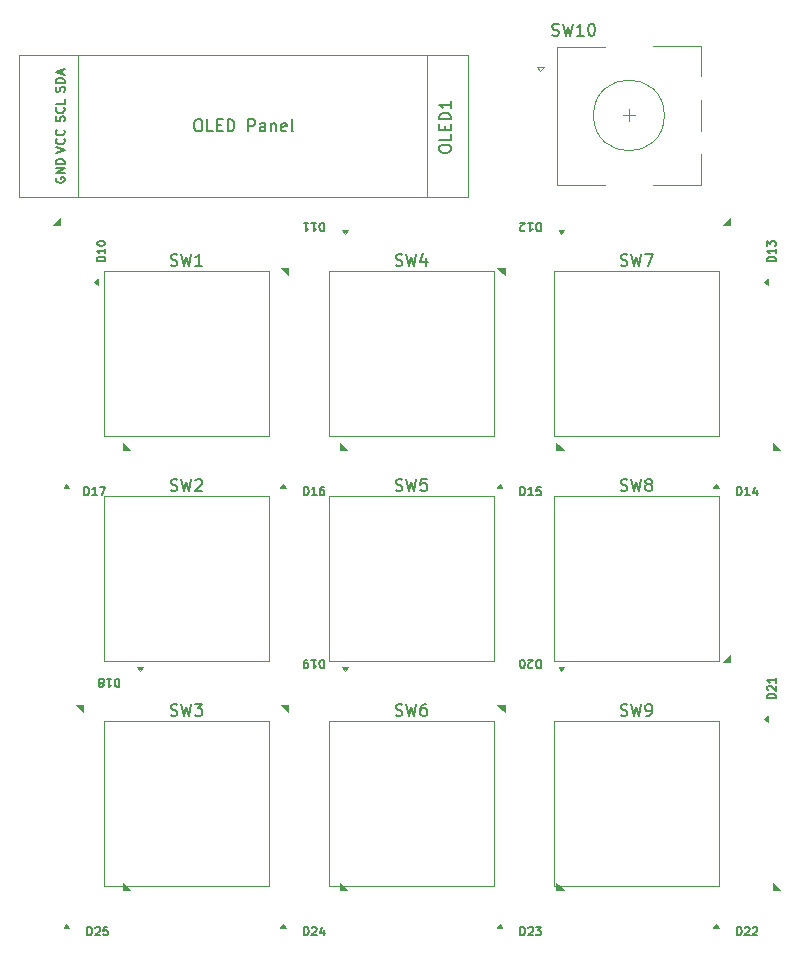
<source format=gbr>
%TF.GenerationSoftware,KiCad,Pcbnew,9.0.2*%
%TF.CreationDate,2025-06-22T22:22:16+03:00*%
%TF.ProjectId,macropad,6d616372-6f70-4616-942e-6b696361645f,rev?*%
%TF.SameCoordinates,Original*%
%TF.FileFunction,Legend,Top*%
%TF.FilePolarity,Positive*%
%FSLAX46Y46*%
G04 Gerber Fmt 4.6, Leading zero omitted, Abs format (unit mm)*
G04 Created by KiCad (PCBNEW 9.0.2) date 2025-06-22 22:22:16*
%MOMM*%
%LPD*%
G01*
G04 APERTURE LIST*
%ADD10C,0.150000*%
%ADD11C,0.100000*%
%ADD12C,0.120000*%
%ADD13C,0.040000*%
G04 APERTURE END LIST*
D10*
X160483332Y-141666033D02*
X160483332Y-140966033D01*
X160483332Y-140966033D02*
X160649999Y-140966033D01*
X160649999Y-140966033D02*
X160749999Y-140999366D01*
X160749999Y-140999366D02*
X160816666Y-141066033D01*
X160816666Y-141066033D02*
X160849999Y-141132700D01*
X160849999Y-141132700D02*
X160883332Y-141266033D01*
X160883332Y-141266033D02*
X160883332Y-141366033D01*
X160883332Y-141366033D02*
X160849999Y-141499366D01*
X160849999Y-141499366D02*
X160816666Y-141566033D01*
X160816666Y-141566033D02*
X160749999Y-141632700D01*
X160749999Y-141632700D02*
X160649999Y-141666033D01*
X160649999Y-141666033D02*
X160483332Y-141666033D01*
X161149999Y-141032700D02*
X161183332Y-140999366D01*
X161183332Y-140999366D02*
X161249999Y-140966033D01*
X161249999Y-140966033D02*
X161416666Y-140966033D01*
X161416666Y-140966033D02*
X161483332Y-140999366D01*
X161483332Y-140999366D02*
X161516666Y-141032700D01*
X161516666Y-141032700D02*
X161549999Y-141099366D01*
X161549999Y-141099366D02*
X161549999Y-141166033D01*
X161549999Y-141166033D02*
X161516666Y-141266033D01*
X161516666Y-141266033D02*
X161116666Y-141666033D01*
X161116666Y-141666033D02*
X161549999Y-141666033D01*
X162149999Y-141199366D02*
X162149999Y-141666033D01*
X161983333Y-140932700D02*
X161816666Y-141432700D01*
X161816666Y-141432700D02*
X162249999Y-141432700D01*
X178816666Y-104416033D02*
X178816666Y-103716033D01*
X178816666Y-103716033D02*
X178983333Y-103716033D01*
X178983333Y-103716033D02*
X179083333Y-103749366D01*
X179083333Y-103749366D02*
X179150000Y-103816033D01*
X179150000Y-103816033D02*
X179183333Y-103882700D01*
X179183333Y-103882700D02*
X179216666Y-104016033D01*
X179216666Y-104016033D02*
X179216666Y-104116033D01*
X179216666Y-104116033D02*
X179183333Y-104249366D01*
X179183333Y-104249366D02*
X179150000Y-104316033D01*
X179150000Y-104316033D02*
X179083333Y-104382700D01*
X179083333Y-104382700D02*
X178983333Y-104416033D01*
X178983333Y-104416033D02*
X178816666Y-104416033D01*
X179883333Y-104416033D02*
X179483333Y-104416033D01*
X179683333Y-104416033D02*
X179683333Y-103716033D01*
X179683333Y-103716033D02*
X179616666Y-103816033D01*
X179616666Y-103816033D02*
X179550000Y-103882700D01*
X179550000Y-103882700D02*
X179483333Y-103916033D01*
X180516667Y-103716033D02*
X180183333Y-103716033D01*
X180183333Y-103716033D02*
X180150000Y-104049366D01*
X180150000Y-104049366D02*
X180183333Y-104016033D01*
X180183333Y-104016033D02*
X180250000Y-103982700D01*
X180250000Y-103982700D02*
X180416667Y-103982700D01*
X180416667Y-103982700D02*
X180483333Y-104016033D01*
X180483333Y-104016033D02*
X180516667Y-104049366D01*
X180516667Y-104049366D02*
X180550000Y-104116033D01*
X180550000Y-104116033D02*
X180550000Y-104282700D01*
X180550000Y-104282700D02*
X180516667Y-104349366D01*
X180516667Y-104349366D02*
X180483333Y-104382700D01*
X180483333Y-104382700D02*
X180416667Y-104416033D01*
X180416667Y-104416033D02*
X180250000Y-104416033D01*
X180250000Y-104416033D02*
X180183333Y-104382700D01*
X180183333Y-104382700D02*
X180150000Y-104349366D01*
X168246667Y-84933200D02*
X168389524Y-84980819D01*
X168389524Y-84980819D02*
X168627619Y-84980819D01*
X168627619Y-84980819D02*
X168722857Y-84933200D01*
X168722857Y-84933200D02*
X168770476Y-84885580D01*
X168770476Y-84885580D02*
X168818095Y-84790342D01*
X168818095Y-84790342D02*
X168818095Y-84695104D01*
X168818095Y-84695104D02*
X168770476Y-84599866D01*
X168770476Y-84599866D02*
X168722857Y-84552247D01*
X168722857Y-84552247D02*
X168627619Y-84504628D01*
X168627619Y-84504628D02*
X168437143Y-84457009D01*
X168437143Y-84457009D02*
X168341905Y-84409390D01*
X168341905Y-84409390D02*
X168294286Y-84361771D01*
X168294286Y-84361771D02*
X168246667Y-84266533D01*
X168246667Y-84266533D02*
X168246667Y-84171295D01*
X168246667Y-84171295D02*
X168294286Y-84076057D01*
X168294286Y-84076057D02*
X168341905Y-84028438D01*
X168341905Y-84028438D02*
X168437143Y-83980819D01*
X168437143Y-83980819D02*
X168675238Y-83980819D01*
X168675238Y-83980819D02*
X168818095Y-84028438D01*
X169151429Y-83980819D02*
X169389524Y-84980819D01*
X169389524Y-84980819D02*
X169580000Y-84266533D01*
X169580000Y-84266533D02*
X169770476Y-84980819D01*
X169770476Y-84980819D02*
X170008572Y-83980819D01*
X170818095Y-84314152D02*
X170818095Y-84980819D01*
X170580000Y-83933200D02*
X170341905Y-84647485D01*
X170341905Y-84647485D02*
X170960952Y-84647485D01*
X162183333Y-81333966D02*
X162183333Y-82033966D01*
X162183333Y-82033966D02*
X162016666Y-82033966D01*
X162016666Y-82033966D02*
X161916666Y-82000633D01*
X161916666Y-82000633D02*
X161850000Y-81933966D01*
X161850000Y-81933966D02*
X161816666Y-81867300D01*
X161816666Y-81867300D02*
X161783333Y-81733966D01*
X161783333Y-81733966D02*
X161783333Y-81633966D01*
X161783333Y-81633966D02*
X161816666Y-81500633D01*
X161816666Y-81500633D02*
X161850000Y-81433966D01*
X161850000Y-81433966D02*
X161916666Y-81367300D01*
X161916666Y-81367300D02*
X162016666Y-81333966D01*
X162016666Y-81333966D02*
X162183333Y-81333966D01*
X161116666Y-81333966D02*
X161516666Y-81333966D01*
X161316666Y-81333966D02*
X161316666Y-82033966D01*
X161316666Y-82033966D02*
X161383333Y-81933966D01*
X161383333Y-81933966D02*
X161450000Y-81867300D01*
X161450000Y-81867300D02*
X161516666Y-81833966D01*
X160449999Y-81333966D02*
X160849999Y-81333966D01*
X160649999Y-81333966D02*
X160649999Y-82033966D01*
X160649999Y-82033966D02*
X160716666Y-81933966D01*
X160716666Y-81933966D02*
X160783333Y-81867300D01*
X160783333Y-81867300D02*
X160849999Y-81833966D01*
X142149999Y-141666033D02*
X142149999Y-140966033D01*
X142149999Y-140966033D02*
X142316666Y-140966033D01*
X142316666Y-140966033D02*
X142416666Y-140999366D01*
X142416666Y-140999366D02*
X142483333Y-141066033D01*
X142483333Y-141066033D02*
X142516666Y-141132700D01*
X142516666Y-141132700D02*
X142549999Y-141266033D01*
X142549999Y-141266033D02*
X142549999Y-141366033D01*
X142549999Y-141366033D02*
X142516666Y-141499366D01*
X142516666Y-141499366D02*
X142483333Y-141566033D01*
X142483333Y-141566033D02*
X142416666Y-141632700D01*
X142416666Y-141632700D02*
X142316666Y-141666033D01*
X142316666Y-141666033D02*
X142149999Y-141666033D01*
X142816666Y-141032700D02*
X142849999Y-140999366D01*
X142849999Y-140999366D02*
X142916666Y-140966033D01*
X142916666Y-140966033D02*
X143083333Y-140966033D01*
X143083333Y-140966033D02*
X143149999Y-140999366D01*
X143149999Y-140999366D02*
X143183333Y-141032700D01*
X143183333Y-141032700D02*
X143216666Y-141099366D01*
X143216666Y-141099366D02*
X143216666Y-141166033D01*
X143216666Y-141166033D02*
X143183333Y-141266033D01*
X143183333Y-141266033D02*
X142783333Y-141666033D01*
X142783333Y-141666033D02*
X143216666Y-141666033D01*
X143850000Y-140966033D02*
X143516666Y-140966033D01*
X143516666Y-140966033D02*
X143483333Y-141299366D01*
X143483333Y-141299366D02*
X143516666Y-141266033D01*
X143516666Y-141266033D02*
X143583333Y-141232700D01*
X143583333Y-141232700D02*
X143750000Y-141232700D01*
X143750000Y-141232700D02*
X143816666Y-141266033D01*
X143816666Y-141266033D02*
X143850000Y-141299366D01*
X143850000Y-141299366D02*
X143883333Y-141366033D01*
X143883333Y-141366033D02*
X143883333Y-141532700D01*
X143883333Y-141532700D02*
X143850000Y-141599366D01*
X143850000Y-141599366D02*
X143816666Y-141632700D01*
X143816666Y-141632700D02*
X143750000Y-141666033D01*
X143750000Y-141666033D02*
X143583333Y-141666033D01*
X143583333Y-141666033D02*
X143516666Y-141632700D01*
X143516666Y-141632700D02*
X143483333Y-141599366D01*
X149196667Y-84933200D02*
X149339524Y-84980819D01*
X149339524Y-84980819D02*
X149577619Y-84980819D01*
X149577619Y-84980819D02*
X149672857Y-84933200D01*
X149672857Y-84933200D02*
X149720476Y-84885580D01*
X149720476Y-84885580D02*
X149768095Y-84790342D01*
X149768095Y-84790342D02*
X149768095Y-84695104D01*
X149768095Y-84695104D02*
X149720476Y-84599866D01*
X149720476Y-84599866D02*
X149672857Y-84552247D01*
X149672857Y-84552247D02*
X149577619Y-84504628D01*
X149577619Y-84504628D02*
X149387143Y-84457009D01*
X149387143Y-84457009D02*
X149291905Y-84409390D01*
X149291905Y-84409390D02*
X149244286Y-84361771D01*
X149244286Y-84361771D02*
X149196667Y-84266533D01*
X149196667Y-84266533D02*
X149196667Y-84171295D01*
X149196667Y-84171295D02*
X149244286Y-84076057D01*
X149244286Y-84076057D02*
X149291905Y-84028438D01*
X149291905Y-84028438D02*
X149387143Y-83980819D01*
X149387143Y-83980819D02*
X149625238Y-83980819D01*
X149625238Y-83980819D02*
X149768095Y-84028438D01*
X150101429Y-83980819D02*
X150339524Y-84980819D01*
X150339524Y-84980819D02*
X150530000Y-84266533D01*
X150530000Y-84266533D02*
X150720476Y-84980819D01*
X150720476Y-84980819D02*
X150958572Y-83980819D01*
X151863333Y-84980819D02*
X151291905Y-84980819D01*
X151577619Y-84980819D02*
X151577619Y-83980819D01*
X151577619Y-83980819D02*
X151482381Y-84123676D01*
X151482381Y-84123676D02*
X151387143Y-84218914D01*
X151387143Y-84218914D02*
X151291905Y-84266533D01*
X162183333Y-118333966D02*
X162183333Y-119033966D01*
X162183333Y-119033966D02*
X162016666Y-119033966D01*
X162016666Y-119033966D02*
X161916666Y-119000633D01*
X161916666Y-119000633D02*
X161850000Y-118933966D01*
X161850000Y-118933966D02*
X161816666Y-118867300D01*
X161816666Y-118867300D02*
X161783333Y-118733966D01*
X161783333Y-118733966D02*
X161783333Y-118633966D01*
X161783333Y-118633966D02*
X161816666Y-118500633D01*
X161816666Y-118500633D02*
X161850000Y-118433966D01*
X161850000Y-118433966D02*
X161916666Y-118367300D01*
X161916666Y-118367300D02*
X162016666Y-118333966D01*
X162016666Y-118333966D02*
X162183333Y-118333966D01*
X161116666Y-118333966D02*
X161516666Y-118333966D01*
X161316666Y-118333966D02*
X161316666Y-119033966D01*
X161316666Y-119033966D02*
X161383333Y-118933966D01*
X161383333Y-118933966D02*
X161450000Y-118867300D01*
X161450000Y-118867300D02*
X161516666Y-118833966D01*
X160783333Y-118333966D02*
X160649999Y-118333966D01*
X160649999Y-118333966D02*
X160583333Y-118367300D01*
X160583333Y-118367300D02*
X160549999Y-118400633D01*
X160549999Y-118400633D02*
X160483333Y-118500633D01*
X160483333Y-118500633D02*
X160449999Y-118633966D01*
X160449999Y-118633966D02*
X160449999Y-118900633D01*
X160449999Y-118900633D02*
X160483333Y-118967300D01*
X160483333Y-118967300D02*
X160516666Y-119000633D01*
X160516666Y-119000633D02*
X160583333Y-119033966D01*
X160583333Y-119033966D02*
X160716666Y-119033966D01*
X160716666Y-119033966D02*
X160783333Y-119000633D01*
X160783333Y-119000633D02*
X160816666Y-118967300D01*
X160816666Y-118967300D02*
X160849999Y-118900633D01*
X160849999Y-118900633D02*
X160849999Y-118733966D01*
X160849999Y-118733966D02*
X160816666Y-118667300D01*
X160816666Y-118667300D02*
X160783333Y-118633966D01*
X160783333Y-118633966D02*
X160716666Y-118600633D01*
X160716666Y-118600633D02*
X160583333Y-118600633D01*
X160583333Y-118600633D02*
X160516666Y-118633966D01*
X160516666Y-118633966D02*
X160483333Y-118667300D01*
X160483333Y-118667300D02*
X160449999Y-118733966D01*
X197149999Y-141666033D02*
X197149999Y-140966033D01*
X197149999Y-140966033D02*
X197316666Y-140966033D01*
X197316666Y-140966033D02*
X197416666Y-140999366D01*
X197416666Y-140999366D02*
X197483333Y-141066033D01*
X197483333Y-141066033D02*
X197516666Y-141132700D01*
X197516666Y-141132700D02*
X197549999Y-141266033D01*
X197549999Y-141266033D02*
X197549999Y-141366033D01*
X197549999Y-141366033D02*
X197516666Y-141499366D01*
X197516666Y-141499366D02*
X197483333Y-141566033D01*
X197483333Y-141566033D02*
X197416666Y-141632700D01*
X197416666Y-141632700D02*
X197316666Y-141666033D01*
X197316666Y-141666033D02*
X197149999Y-141666033D01*
X197816666Y-141032700D02*
X197849999Y-140999366D01*
X197849999Y-140999366D02*
X197916666Y-140966033D01*
X197916666Y-140966033D02*
X198083333Y-140966033D01*
X198083333Y-140966033D02*
X198149999Y-140999366D01*
X198149999Y-140999366D02*
X198183333Y-141032700D01*
X198183333Y-141032700D02*
X198216666Y-141099366D01*
X198216666Y-141099366D02*
X198216666Y-141166033D01*
X198216666Y-141166033D02*
X198183333Y-141266033D01*
X198183333Y-141266033D02*
X197783333Y-141666033D01*
X197783333Y-141666033D02*
X198216666Y-141666033D01*
X198483333Y-141032700D02*
X198516666Y-140999366D01*
X198516666Y-140999366D02*
X198583333Y-140966033D01*
X198583333Y-140966033D02*
X198750000Y-140966033D01*
X198750000Y-140966033D02*
X198816666Y-140999366D01*
X198816666Y-140999366D02*
X198850000Y-141032700D01*
X198850000Y-141032700D02*
X198883333Y-141099366D01*
X198883333Y-141099366D02*
X198883333Y-141166033D01*
X198883333Y-141166033D02*
X198850000Y-141266033D01*
X198850000Y-141266033D02*
X198450000Y-141666033D01*
X198450000Y-141666033D02*
X198883333Y-141666033D01*
X180516667Y-118333966D02*
X180516667Y-119033966D01*
X180516667Y-119033966D02*
X180350000Y-119033966D01*
X180350000Y-119033966D02*
X180250000Y-119000633D01*
X180250000Y-119000633D02*
X180183334Y-118933966D01*
X180183334Y-118933966D02*
X180150000Y-118867300D01*
X180150000Y-118867300D02*
X180116667Y-118733966D01*
X180116667Y-118733966D02*
X180116667Y-118633966D01*
X180116667Y-118633966D02*
X180150000Y-118500633D01*
X180150000Y-118500633D02*
X180183334Y-118433966D01*
X180183334Y-118433966D02*
X180250000Y-118367300D01*
X180250000Y-118367300D02*
X180350000Y-118333966D01*
X180350000Y-118333966D02*
X180516667Y-118333966D01*
X179850000Y-118967300D02*
X179816667Y-119000633D01*
X179816667Y-119000633D02*
X179750000Y-119033966D01*
X179750000Y-119033966D02*
X179583334Y-119033966D01*
X179583334Y-119033966D02*
X179516667Y-119000633D01*
X179516667Y-119000633D02*
X179483334Y-118967300D01*
X179483334Y-118967300D02*
X179450000Y-118900633D01*
X179450000Y-118900633D02*
X179450000Y-118833966D01*
X179450000Y-118833966D02*
X179483334Y-118733966D01*
X179483334Y-118733966D02*
X179883334Y-118333966D01*
X179883334Y-118333966D02*
X179450000Y-118333966D01*
X179016667Y-119033966D02*
X178950000Y-119033966D01*
X178950000Y-119033966D02*
X178883333Y-119000633D01*
X178883333Y-119000633D02*
X178850000Y-118967300D01*
X178850000Y-118967300D02*
X178816667Y-118900633D01*
X178816667Y-118900633D02*
X178783333Y-118767300D01*
X178783333Y-118767300D02*
X178783333Y-118600633D01*
X178783333Y-118600633D02*
X178816667Y-118467300D01*
X178816667Y-118467300D02*
X178850000Y-118400633D01*
X178850000Y-118400633D02*
X178883333Y-118367300D01*
X178883333Y-118367300D02*
X178950000Y-118333966D01*
X178950000Y-118333966D02*
X179016667Y-118333966D01*
X179016667Y-118333966D02*
X179083333Y-118367300D01*
X179083333Y-118367300D02*
X179116667Y-118400633D01*
X179116667Y-118400633D02*
X179150000Y-118467300D01*
X179150000Y-118467300D02*
X179183333Y-118600633D01*
X179183333Y-118600633D02*
X179183333Y-118767300D01*
X179183333Y-118767300D02*
X179150000Y-118900633D01*
X179150000Y-118900633D02*
X179116667Y-118967300D01*
X179116667Y-118967300D02*
X179083333Y-119000633D01*
X179083333Y-119000633D02*
X179016667Y-119033966D01*
X168246667Y-123033200D02*
X168389524Y-123080819D01*
X168389524Y-123080819D02*
X168627619Y-123080819D01*
X168627619Y-123080819D02*
X168722857Y-123033200D01*
X168722857Y-123033200D02*
X168770476Y-122985580D01*
X168770476Y-122985580D02*
X168818095Y-122890342D01*
X168818095Y-122890342D02*
X168818095Y-122795104D01*
X168818095Y-122795104D02*
X168770476Y-122699866D01*
X168770476Y-122699866D02*
X168722857Y-122652247D01*
X168722857Y-122652247D02*
X168627619Y-122604628D01*
X168627619Y-122604628D02*
X168437143Y-122557009D01*
X168437143Y-122557009D02*
X168341905Y-122509390D01*
X168341905Y-122509390D02*
X168294286Y-122461771D01*
X168294286Y-122461771D02*
X168246667Y-122366533D01*
X168246667Y-122366533D02*
X168246667Y-122271295D01*
X168246667Y-122271295D02*
X168294286Y-122176057D01*
X168294286Y-122176057D02*
X168341905Y-122128438D01*
X168341905Y-122128438D02*
X168437143Y-122080819D01*
X168437143Y-122080819D02*
X168675238Y-122080819D01*
X168675238Y-122080819D02*
X168818095Y-122128438D01*
X169151429Y-122080819D02*
X169389524Y-123080819D01*
X169389524Y-123080819D02*
X169580000Y-122366533D01*
X169580000Y-122366533D02*
X169770476Y-123080819D01*
X169770476Y-123080819D02*
X170008572Y-122080819D01*
X170818095Y-122080819D02*
X170627619Y-122080819D01*
X170627619Y-122080819D02*
X170532381Y-122128438D01*
X170532381Y-122128438D02*
X170484762Y-122176057D01*
X170484762Y-122176057D02*
X170389524Y-122318914D01*
X170389524Y-122318914D02*
X170341905Y-122509390D01*
X170341905Y-122509390D02*
X170341905Y-122890342D01*
X170341905Y-122890342D02*
X170389524Y-122985580D01*
X170389524Y-122985580D02*
X170437143Y-123033200D01*
X170437143Y-123033200D02*
X170532381Y-123080819D01*
X170532381Y-123080819D02*
X170722857Y-123080819D01*
X170722857Y-123080819D02*
X170818095Y-123033200D01*
X170818095Y-123033200D02*
X170865714Y-122985580D01*
X170865714Y-122985580D02*
X170913333Y-122890342D01*
X170913333Y-122890342D02*
X170913333Y-122652247D01*
X170913333Y-122652247D02*
X170865714Y-122557009D01*
X170865714Y-122557009D02*
X170818095Y-122509390D01*
X170818095Y-122509390D02*
X170722857Y-122461771D01*
X170722857Y-122461771D02*
X170532381Y-122461771D01*
X170532381Y-122461771D02*
X170437143Y-122509390D01*
X170437143Y-122509390D02*
X170389524Y-122557009D01*
X170389524Y-122557009D02*
X170341905Y-122652247D01*
X144850000Y-119933966D02*
X144850000Y-120633966D01*
X144850000Y-120633966D02*
X144683333Y-120633966D01*
X144683333Y-120633966D02*
X144583333Y-120600633D01*
X144583333Y-120600633D02*
X144516667Y-120533966D01*
X144516667Y-120533966D02*
X144483333Y-120467300D01*
X144483333Y-120467300D02*
X144450000Y-120333966D01*
X144450000Y-120333966D02*
X144450000Y-120233966D01*
X144450000Y-120233966D02*
X144483333Y-120100633D01*
X144483333Y-120100633D02*
X144516667Y-120033966D01*
X144516667Y-120033966D02*
X144583333Y-119967300D01*
X144583333Y-119967300D02*
X144683333Y-119933966D01*
X144683333Y-119933966D02*
X144850000Y-119933966D01*
X143783333Y-119933966D02*
X144183333Y-119933966D01*
X143983333Y-119933966D02*
X143983333Y-120633966D01*
X143983333Y-120633966D02*
X144050000Y-120533966D01*
X144050000Y-120533966D02*
X144116667Y-120467300D01*
X144116667Y-120467300D02*
X144183333Y-120433966D01*
X143383333Y-120333966D02*
X143450000Y-120367300D01*
X143450000Y-120367300D02*
X143483333Y-120400633D01*
X143483333Y-120400633D02*
X143516666Y-120467300D01*
X143516666Y-120467300D02*
X143516666Y-120500633D01*
X143516666Y-120500633D02*
X143483333Y-120567300D01*
X143483333Y-120567300D02*
X143450000Y-120600633D01*
X143450000Y-120600633D02*
X143383333Y-120633966D01*
X143383333Y-120633966D02*
X143250000Y-120633966D01*
X143250000Y-120633966D02*
X143183333Y-120600633D01*
X143183333Y-120600633D02*
X143150000Y-120567300D01*
X143150000Y-120567300D02*
X143116666Y-120500633D01*
X143116666Y-120500633D02*
X143116666Y-120467300D01*
X143116666Y-120467300D02*
X143150000Y-120400633D01*
X143150000Y-120400633D02*
X143183333Y-120367300D01*
X143183333Y-120367300D02*
X143250000Y-120333966D01*
X143250000Y-120333966D02*
X143383333Y-120333966D01*
X143383333Y-120333966D02*
X143450000Y-120300633D01*
X143450000Y-120300633D02*
X143483333Y-120267300D01*
X143483333Y-120267300D02*
X143516666Y-120200633D01*
X143516666Y-120200633D02*
X143516666Y-120067300D01*
X143516666Y-120067300D02*
X143483333Y-120000633D01*
X143483333Y-120000633D02*
X143450000Y-119967300D01*
X143450000Y-119967300D02*
X143383333Y-119933966D01*
X143383333Y-119933966D02*
X143250000Y-119933966D01*
X143250000Y-119933966D02*
X143183333Y-119967300D01*
X143183333Y-119967300D02*
X143150000Y-120000633D01*
X143150000Y-120000633D02*
X143116666Y-120067300D01*
X143116666Y-120067300D02*
X143116666Y-120200633D01*
X143116666Y-120200633D02*
X143150000Y-120267300D01*
X143150000Y-120267300D02*
X143183333Y-120300633D01*
X143183333Y-120300633D02*
X143250000Y-120333966D01*
X180516667Y-81333966D02*
X180516667Y-82033966D01*
X180516667Y-82033966D02*
X180350000Y-82033966D01*
X180350000Y-82033966D02*
X180250000Y-82000633D01*
X180250000Y-82000633D02*
X180183334Y-81933966D01*
X180183334Y-81933966D02*
X180150000Y-81867300D01*
X180150000Y-81867300D02*
X180116667Y-81733966D01*
X180116667Y-81733966D02*
X180116667Y-81633966D01*
X180116667Y-81633966D02*
X180150000Y-81500633D01*
X180150000Y-81500633D02*
X180183334Y-81433966D01*
X180183334Y-81433966D02*
X180250000Y-81367300D01*
X180250000Y-81367300D02*
X180350000Y-81333966D01*
X180350000Y-81333966D02*
X180516667Y-81333966D01*
X179450000Y-81333966D02*
X179850000Y-81333966D01*
X179650000Y-81333966D02*
X179650000Y-82033966D01*
X179650000Y-82033966D02*
X179716667Y-81933966D01*
X179716667Y-81933966D02*
X179783334Y-81867300D01*
X179783334Y-81867300D02*
X179850000Y-81833966D01*
X179183333Y-81967300D02*
X179150000Y-82000633D01*
X179150000Y-82000633D02*
X179083333Y-82033966D01*
X179083333Y-82033966D02*
X178916667Y-82033966D01*
X178916667Y-82033966D02*
X178850000Y-82000633D01*
X178850000Y-82000633D02*
X178816667Y-81967300D01*
X178816667Y-81967300D02*
X178783333Y-81900633D01*
X178783333Y-81900633D02*
X178783333Y-81833966D01*
X178783333Y-81833966D02*
X178816667Y-81733966D01*
X178816667Y-81733966D02*
X179216667Y-81333966D01*
X179216667Y-81333966D02*
X178783333Y-81333966D01*
X143666033Y-84600000D02*
X142966033Y-84600000D01*
X142966033Y-84600000D02*
X142966033Y-84433333D01*
X142966033Y-84433333D02*
X142999366Y-84333333D01*
X142999366Y-84333333D02*
X143066033Y-84266667D01*
X143066033Y-84266667D02*
X143132700Y-84233333D01*
X143132700Y-84233333D02*
X143266033Y-84200000D01*
X143266033Y-84200000D02*
X143366033Y-84200000D01*
X143366033Y-84200000D02*
X143499366Y-84233333D01*
X143499366Y-84233333D02*
X143566033Y-84266667D01*
X143566033Y-84266667D02*
X143632700Y-84333333D01*
X143632700Y-84333333D02*
X143666033Y-84433333D01*
X143666033Y-84433333D02*
X143666033Y-84600000D01*
X143666033Y-83533333D02*
X143666033Y-83933333D01*
X143666033Y-83733333D02*
X142966033Y-83733333D01*
X142966033Y-83733333D02*
X143066033Y-83800000D01*
X143066033Y-83800000D02*
X143132700Y-83866667D01*
X143132700Y-83866667D02*
X143166033Y-83933333D01*
X142966033Y-83100000D02*
X142966033Y-83033333D01*
X142966033Y-83033333D02*
X142999366Y-82966666D01*
X142999366Y-82966666D02*
X143032700Y-82933333D01*
X143032700Y-82933333D02*
X143099366Y-82900000D01*
X143099366Y-82900000D02*
X143232700Y-82866666D01*
X143232700Y-82866666D02*
X143399366Y-82866666D01*
X143399366Y-82866666D02*
X143532700Y-82900000D01*
X143532700Y-82900000D02*
X143599366Y-82933333D01*
X143599366Y-82933333D02*
X143632700Y-82966666D01*
X143632700Y-82966666D02*
X143666033Y-83033333D01*
X143666033Y-83033333D02*
X143666033Y-83100000D01*
X143666033Y-83100000D02*
X143632700Y-83166666D01*
X143632700Y-83166666D02*
X143599366Y-83200000D01*
X143599366Y-83200000D02*
X143532700Y-83233333D01*
X143532700Y-83233333D02*
X143399366Y-83266666D01*
X143399366Y-83266666D02*
X143232700Y-83266666D01*
X143232700Y-83266666D02*
X143099366Y-83233333D01*
X143099366Y-83233333D02*
X143032700Y-83200000D01*
X143032700Y-83200000D02*
X142999366Y-83166666D01*
X142999366Y-83166666D02*
X142966033Y-83100000D01*
X168246667Y-103983200D02*
X168389524Y-104030819D01*
X168389524Y-104030819D02*
X168627619Y-104030819D01*
X168627619Y-104030819D02*
X168722857Y-103983200D01*
X168722857Y-103983200D02*
X168770476Y-103935580D01*
X168770476Y-103935580D02*
X168818095Y-103840342D01*
X168818095Y-103840342D02*
X168818095Y-103745104D01*
X168818095Y-103745104D02*
X168770476Y-103649866D01*
X168770476Y-103649866D02*
X168722857Y-103602247D01*
X168722857Y-103602247D02*
X168627619Y-103554628D01*
X168627619Y-103554628D02*
X168437143Y-103507009D01*
X168437143Y-103507009D02*
X168341905Y-103459390D01*
X168341905Y-103459390D02*
X168294286Y-103411771D01*
X168294286Y-103411771D02*
X168246667Y-103316533D01*
X168246667Y-103316533D02*
X168246667Y-103221295D01*
X168246667Y-103221295D02*
X168294286Y-103126057D01*
X168294286Y-103126057D02*
X168341905Y-103078438D01*
X168341905Y-103078438D02*
X168437143Y-103030819D01*
X168437143Y-103030819D02*
X168675238Y-103030819D01*
X168675238Y-103030819D02*
X168818095Y-103078438D01*
X169151429Y-103030819D02*
X169389524Y-104030819D01*
X169389524Y-104030819D02*
X169580000Y-103316533D01*
X169580000Y-103316533D02*
X169770476Y-104030819D01*
X169770476Y-104030819D02*
X170008572Y-103030819D01*
X170865714Y-103030819D02*
X170389524Y-103030819D01*
X170389524Y-103030819D02*
X170341905Y-103507009D01*
X170341905Y-103507009D02*
X170389524Y-103459390D01*
X170389524Y-103459390D02*
X170484762Y-103411771D01*
X170484762Y-103411771D02*
X170722857Y-103411771D01*
X170722857Y-103411771D02*
X170818095Y-103459390D01*
X170818095Y-103459390D02*
X170865714Y-103507009D01*
X170865714Y-103507009D02*
X170913333Y-103602247D01*
X170913333Y-103602247D02*
X170913333Y-103840342D01*
X170913333Y-103840342D02*
X170865714Y-103935580D01*
X170865714Y-103935580D02*
X170818095Y-103983200D01*
X170818095Y-103983200D02*
X170722857Y-104030819D01*
X170722857Y-104030819D02*
X170484762Y-104030819D01*
X170484762Y-104030819D02*
X170389524Y-103983200D01*
X170389524Y-103983200D02*
X170341905Y-103935580D01*
X149196667Y-103983200D02*
X149339524Y-104030819D01*
X149339524Y-104030819D02*
X149577619Y-104030819D01*
X149577619Y-104030819D02*
X149672857Y-103983200D01*
X149672857Y-103983200D02*
X149720476Y-103935580D01*
X149720476Y-103935580D02*
X149768095Y-103840342D01*
X149768095Y-103840342D02*
X149768095Y-103745104D01*
X149768095Y-103745104D02*
X149720476Y-103649866D01*
X149720476Y-103649866D02*
X149672857Y-103602247D01*
X149672857Y-103602247D02*
X149577619Y-103554628D01*
X149577619Y-103554628D02*
X149387143Y-103507009D01*
X149387143Y-103507009D02*
X149291905Y-103459390D01*
X149291905Y-103459390D02*
X149244286Y-103411771D01*
X149244286Y-103411771D02*
X149196667Y-103316533D01*
X149196667Y-103316533D02*
X149196667Y-103221295D01*
X149196667Y-103221295D02*
X149244286Y-103126057D01*
X149244286Y-103126057D02*
X149291905Y-103078438D01*
X149291905Y-103078438D02*
X149387143Y-103030819D01*
X149387143Y-103030819D02*
X149625238Y-103030819D01*
X149625238Y-103030819D02*
X149768095Y-103078438D01*
X150101429Y-103030819D02*
X150339524Y-104030819D01*
X150339524Y-104030819D02*
X150530000Y-103316533D01*
X150530000Y-103316533D02*
X150720476Y-104030819D01*
X150720476Y-104030819D02*
X150958572Y-103030819D01*
X151291905Y-103126057D02*
X151339524Y-103078438D01*
X151339524Y-103078438D02*
X151434762Y-103030819D01*
X151434762Y-103030819D02*
X151672857Y-103030819D01*
X151672857Y-103030819D02*
X151768095Y-103078438D01*
X151768095Y-103078438D02*
X151815714Y-103126057D01*
X151815714Y-103126057D02*
X151863333Y-103221295D01*
X151863333Y-103221295D02*
X151863333Y-103316533D01*
X151863333Y-103316533D02*
X151815714Y-103459390D01*
X151815714Y-103459390D02*
X151244286Y-104030819D01*
X151244286Y-104030819D02*
X151863333Y-104030819D01*
X178816666Y-141666033D02*
X178816666Y-140966033D01*
X178816666Y-140966033D02*
X178983333Y-140966033D01*
X178983333Y-140966033D02*
X179083333Y-140999366D01*
X179083333Y-140999366D02*
X179150000Y-141066033D01*
X179150000Y-141066033D02*
X179183333Y-141132700D01*
X179183333Y-141132700D02*
X179216666Y-141266033D01*
X179216666Y-141266033D02*
X179216666Y-141366033D01*
X179216666Y-141366033D02*
X179183333Y-141499366D01*
X179183333Y-141499366D02*
X179150000Y-141566033D01*
X179150000Y-141566033D02*
X179083333Y-141632700D01*
X179083333Y-141632700D02*
X178983333Y-141666033D01*
X178983333Y-141666033D02*
X178816666Y-141666033D01*
X179483333Y-141032700D02*
X179516666Y-140999366D01*
X179516666Y-140999366D02*
X179583333Y-140966033D01*
X179583333Y-140966033D02*
X179750000Y-140966033D01*
X179750000Y-140966033D02*
X179816666Y-140999366D01*
X179816666Y-140999366D02*
X179850000Y-141032700D01*
X179850000Y-141032700D02*
X179883333Y-141099366D01*
X179883333Y-141099366D02*
X179883333Y-141166033D01*
X179883333Y-141166033D02*
X179850000Y-141266033D01*
X179850000Y-141266033D02*
X179450000Y-141666033D01*
X179450000Y-141666033D02*
X179883333Y-141666033D01*
X180116667Y-140966033D02*
X180550000Y-140966033D01*
X180550000Y-140966033D02*
X180316667Y-141232700D01*
X180316667Y-141232700D02*
X180416667Y-141232700D01*
X180416667Y-141232700D02*
X180483333Y-141266033D01*
X180483333Y-141266033D02*
X180516667Y-141299366D01*
X180516667Y-141299366D02*
X180550000Y-141366033D01*
X180550000Y-141366033D02*
X180550000Y-141532700D01*
X180550000Y-141532700D02*
X180516667Y-141599366D01*
X180516667Y-141599366D02*
X180483333Y-141632700D01*
X180483333Y-141632700D02*
X180416667Y-141666033D01*
X180416667Y-141666033D02*
X180216667Y-141666033D01*
X180216667Y-141666033D02*
X180150000Y-141632700D01*
X180150000Y-141632700D02*
X180116667Y-141599366D01*
X149196667Y-123033200D02*
X149339524Y-123080819D01*
X149339524Y-123080819D02*
X149577619Y-123080819D01*
X149577619Y-123080819D02*
X149672857Y-123033200D01*
X149672857Y-123033200D02*
X149720476Y-122985580D01*
X149720476Y-122985580D02*
X149768095Y-122890342D01*
X149768095Y-122890342D02*
X149768095Y-122795104D01*
X149768095Y-122795104D02*
X149720476Y-122699866D01*
X149720476Y-122699866D02*
X149672857Y-122652247D01*
X149672857Y-122652247D02*
X149577619Y-122604628D01*
X149577619Y-122604628D02*
X149387143Y-122557009D01*
X149387143Y-122557009D02*
X149291905Y-122509390D01*
X149291905Y-122509390D02*
X149244286Y-122461771D01*
X149244286Y-122461771D02*
X149196667Y-122366533D01*
X149196667Y-122366533D02*
X149196667Y-122271295D01*
X149196667Y-122271295D02*
X149244286Y-122176057D01*
X149244286Y-122176057D02*
X149291905Y-122128438D01*
X149291905Y-122128438D02*
X149387143Y-122080819D01*
X149387143Y-122080819D02*
X149625238Y-122080819D01*
X149625238Y-122080819D02*
X149768095Y-122128438D01*
X150101429Y-122080819D02*
X150339524Y-123080819D01*
X150339524Y-123080819D02*
X150530000Y-122366533D01*
X150530000Y-122366533D02*
X150720476Y-123080819D01*
X150720476Y-123080819D02*
X150958572Y-122080819D01*
X151244286Y-122080819D02*
X151863333Y-122080819D01*
X151863333Y-122080819D02*
X151530000Y-122461771D01*
X151530000Y-122461771D02*
X151672857Y-122461771D01*
X151672857Y-122461771D02*
X151768095Y-122509390D01*
X151768095Y-122509390D02*
X151815714Y-122557009D01*
X151815714Y-122557009D02*
X151863333Y-122652247D01*
X151863333Y-122652247D02*
X151863333Y-122890342D01*
X151863333Y-122890342D02*
X151815714Y-122985580D01*
X151815714Y-122985580D02*
X151768095Y-123033200D01*
X151768095Y-123033200D02*
X151672857Y-123080819D01*
X151672857Y-123080819D02*
X151387143Y-123080819D01*
X151387143Y-123080819D02*
X151291905Y-123033200D01*
X151291905Y-123033200D02*
X151244286Y-122985580D01*
X187296667Y-103983200D02*
X187439524Y-104030819D01*
X187439524Y-104030819D02*
X187677619Y-104030819D01*
X187677619Y-104030819D02*
X187772857Y-103983200D01*
X187772857Y-103983200D02*
X187820476Y-103935580D01*
X187820476Y-103935580D02*
X187868095Y-103840342D01*
X187868095Y-103840342D02*
X187868095Y-103745104D01*
X187868095Y-103745104D02*
X187820476Y-103649866D01*
X187820476Y-103649866D02*
X187772857Y-103602247D01*
X187772857Y-103602247D02*
X187677619Y-103554628D01*
X187677619Y-103554628D02*
X187487143Y-103507009D01*
X187487143Y-103507009D02*
X187391905Y-103459390D01*
X187391905Y-103459390D02*
X187344286Y-103411771D01*
X187344286Y-103411771D02*
X187296667Y-103316533D01*
X187296667Y-103316533D02*
X187296667Y-103221295D01*
X187296667Y-103221295D02*
X187344286Y-103126057D01*
X187344286Y-103126057D02*
X187391905Y-103078438D01*
X187391905Y-103078438D02*
X187487143Y-103030819D01*
X187487143Y-103030819D02*
X187725238Y-103030819D01*
X187725238Y-103030819D02*
X187868095Y-103078438D01*
X188201429Y-103030819D02*
X188439524Y-104030819D01*
X188439524Y-104030819D02*
X188630000Y-103316533D01*
X188630000Y-103316533D02*
X188820476Y-104030819D01*
X188820476Y-104030819D02*
X189058572Y-103030819D01*
X189582381Y-103459390D02*
X189487143Y-103411771D01*
X189487143Y-103411771D02*
X189439524Y-103364152D01*
X189439524Y-103364152D02*
X189391905Y-103268914D01*
X189391905Y-103268914D02*
X189391905Y-103221295D01*
X189391905Y-103221295D02*
X189439524Y-103126057D01*
X189439524Y-103126057D02*
X189487143Y-103078438D01*
X189487143Y-103078438D02*
X189582381Y-103030819D01*
X189582381Y-103030819D02*
X189772857Y-103030819D01*
X189772857Y-103030819D02*
X189868095Y-103078438D01*
X189868095Y-103078438D02*
X189915714Y-103126057D01*
X189915714Y-103126057D02*
X189963333Y-103221295D01*
X189963333Y-103221295D02*
X189963333Y-103268914D01*
X189963333Y-103268914D02*
X189915714Y-103364152D01*
X189915714Y-103364152D02*
X189868095Y-103411771D01*
X189868095Y-103411771D02*
X189772857Y-103459390D01*
X189772857Y-103459390D02*
X189582381Y-103459390D01*
X189582381Y-103459390D02*
X189487143Y-103507009D01*
X189487143Y-103507009D02*
X189439524Y-103554628D01*
X189439524Y-103554628D02*
X189391905Y-103649866D01*
X189391905Y-103649866D02*
X189391905Y-103840342D01*
X189391905Y-103840342D02*
X189439524Y-103935580D01*
X189439524Y-103935580D02*
X189487143Y-103983200D01*
X189487143Y-103983200D02*
X189582381Y-104030819D01*
X189582381Y-104030819D02*
X189772857Y-104030819D01*
X189772857Y-104030819D02*
X189868095Y-103983200D01*
X189868095Y-103983200D02*
X189915714Y-103935580D01*
X189915714Y-103935580D02*
X189963333Y-103840342D01*
X189963333Y-103840342D02*
X189963333Y-103649866D01*
X189963333Y-103649866D02*
X189915714Y-103554628D01*
X189915714Y-103554628D02*
X189868095Y-103507009D01*
X189868095Y-103507009D02*
X189772857Y-103459390D01*
X187296667Y-84933200D02*
X187439524Y-84980819D01*
X187439524Y-84980819D02*
X187677619Y-84980819D01*
X187677619Y-84980819D02*
X187772857Y-84933200D01*
X187772857Y-84933200D02*
X187820476Y-84885580D01*
X187820476Y-84885580D02*
X187868095Y-84790342D01*
X187868095Y-84790342D02*
X187868095Y-84695104D01*
X187868095Y-84695104D02*
X187820476Y-84599866D01*
X187820476Y-84599866D02*
X187772857Y-84552247D01*
X187772857Y-84552247D02*
X187677619Y-84504628D01*
X187677619Y-84504628D02*
X187487143Y-84457009D01*
X187487143Y-84457009D02*
X187391905Y-84409390D01*
X187391905Y-84409390D02*
X187344286Y-84361771D01*
X187344286Y-84361771D02*
X187296667Y-84266533D01*
X187296667Y-84266533D02*
X187296667Y-84171295D01*
X187296667Y-84171295D02*
X187344286Y-84076057D01*
X187344286Y-84076057D02*
X187391905Y-84028438D01*
X187391905Y-84028438D02*
X187487143Y-83980819D01*
X187487143Y-83980819D02*
X187725238Y-83980819D01*
X187725238Y-83980819D02*
X187868095Y-84028438D01*
X188201429Y-83980819D02*
X188439524Y-84980819D01*
X188439524Y-84980819D02*
X188630000Y-84266533D01*
X188630000Y-84266533D02*
X188820476Y-84980819D01*
X188820476Y-84980819D02*
X189058572Y-83980819D01*
X189344286Y-83980819D02*
X190010952Y-83980819D01*
X190010952Y-83980819D02*
X189582381Y-84980819D01*
X200416033Y-121600000D02*
X199716033Y-121600000D01*
X199716033Y-121600000D02*
X199716033Y-121433333D01*
X199716033Y-121433333D02*
X199749366Y-121333333D01*
X199749366Y-121333333D02*
X199816033Y-121266667D01*
X199816033Y-121266667D02*
X199882700Y-121233333D01*
X199882700Y-121233333D02*
X200016033Y-121200000D01*
X200016033Y-121200000D02*
X200116033Y-121200000D01*
X200116033Y-121200000D02*
X200249366Y-121233333D01*
X200249366Y-121233333D02*
X200316033Y-121266667D01*
X200316033Y-121266667D02*
X200382700Y-121333333D01*
X200382700Y-121333333D02*
X200416033Y-121433333D01*
X200416033Y-121433333D02*
X200416033Y-121600000D01*
X199782700Y-120933333D02*
X199749366Y-120900000D01*
X199749366Y-120900000D02*
X199716033Y-120833333D01*
X199716033Y-120833333D02*
X199716033Y-120666667D01*
X199716033Y-120666667D02*
X199749366Y-120600000D01*
X199749366Y-120600000D02*
X199782700Y-120566667D01*
X199782700Y-120566667D02*
X199849366Y-120533333D01*
X199849366Y-120533333D02*
X199916033Y-120533333D01*
X199916033Y-120533333D02*
X200016033Y-120566667D01*
X200016033Y-120566667D02*
X200416033Y-120966667D01*
X200416033Y-120966667D02*
X200416033Y-120533333D01*
X200416033Y-119866666D02*
X200416033Y-120266666D01*
X200416033Y-120066666D02*
X199716033Y-120066666D01*
X199716033Y-120066666D02*
X199816033Y-120133333D01*
X199816033Y-120133333D02*
X199882700Y-120200000D01*
X199882700Y-120200000D02*
X199916033Y-120266666D01*
X197149999Y-104416033D02*
X197149999Y-103716033D01*
X197149999Y-103716033D02*
X197316666Y-103716033D01*
X197316666Y-103716033D02*
X197416666Y-103749366D01*
X197416666Y-103749366D02*
X197483333Y-103816033D01*
X197483333Y-103816033D02*
X197516666Y-103882700D01*
X197516666Y-103882700D02*
X197549999Y-104016033D01*
X197549999Y-104016033D02*
X197549999Y-104116033D01*
X197549999Y-104116033D02*
X197516666Y-104249366D01*
X197516666Y-104249366D02*
X197483333Y-104316033D01*
X197483333Y-104316033D02*
X197416666Y-104382700D01*
X197416666Y-104382700D02*
X197316666Y-104416033D01*
X197316666Y-104416033D02*
X197149999Y-104416033D01*
X198216666Y-104416033D02*
X197816666Y-104416033D01*
X198016666Y-104416033D02*
X198016666Y-103716033D01*
X198016666Y-103716033D02*
X197949999Y-103816033D01*
X197949999Y-103816033D02*
X197883333Y-103882700D01*
X197883333Y-103882700D02*
X197816666Y-103916033D01*
X198816666Y-103949366D02*
X198816666Y-104416033D01*
X198650000Y-103682700D02*
X198483333Y-104182700D01*
X198483333Y-104182700D02*
X198916666Y-104182700D01*
X187296667Y-123033200D02*
X187439524Y-123080819D01*
X187439524Y-123080819D02*
X187677619Y-123080819D01*
X187677619Y-123080819D02*
X187772857Y-123033200D01*
X187772857Y-123033200D02*
X187820476Y-122985580D01*
X187820476Y-122985580D02*
X187868095Y-122890342D01*
X187868095Y-122890342D02*
X187868095Y-122795104D01*
X187868095Y-122795104D02*
X187820476Y-122699866D01*
X187820476Y-122699866D02*
X187772857Y-122652247D01*
X187772857Y-122652247D02*
X187677619Y-122604628D01*
X187677619Y-122604628D02*
X187487143Y-122557009D01*
X187487143Y-122557009D02*
X187391905Y-122509390D01*
X187391905Y-122509390D02*
X187344286Y-122461771D01*
X187344286Y-122461771D02*
X187296667Y-122366533D01*
X187296667Y-122366533D02*
X187296667Y-122271295D01*
X187296667Y-122271295D02*
X187344286Y-122176057D01*
X187344286Y-122176057D02*
X187391905Y-122128438D01*
X187391905Y-122128438D02*
X187487143Y-122080819D01*
X187487143Y-122080819D02*
X187725238Y-122080819D01*
X187725238Y-122080819D02*
X187868095Y-122128438D01*
X188201429Y-122080819D02*
X188439524Y-123080819D01*
X188439524Y-123080819D02*
X188630000Y-122366533D01*
X188630000Y-122366533D02*
X188820476Y-123080819D01*
X188820476Y-123080819D02*
X189058572Y-122080819D01*
X189487143Y-123080819D02*
X189677619Y-123080819D01*
X189677619Y-123080819D02*
X189772857Y-123033200D01*
X189772857Y-123033200D02*
X189820476Y-122985580D01*
X189820476Y-122985580D02*
X189915714Y-122842723D01*
X189915714Y-122842723D02*
X189963333Y-122652247D01*
X189963333Y-122652247D02*
X189963333Y-122271295D01*
X189963333Y-122271295D02*
X189915714Y-122176057D01*
X189915714Y-122176057D02*
X189868095Y-122128438D01*
X189868095Y-122128438D02*
X189772857Y-122080819D01*
X189772857Y-122080819D02*
X189582381Y-122080819D01*
X189582381Y-122080819D02*
X189487143Y-122128438D01*
X189487143Y-122128438D02*
X189439524Y-122176057D01*
X189439524Y-122176057D02*
X189391905Y-122271295D01*
X189391905Y-122271295D02*
X189391905Y-122509390D01*
X189391905Y-122509390D02*
X189439524Y-122604628D01*
X189439524Y-122604628D02*
X189487143Y-122652247D01*
X189487143Y-122652247D02*
X189582381Y-122699866D01*
X189582381Y-122699866D02*
X189772857Y-122699866D01*
X189772857Y-122699866D02*
X189868095Y-122652247D01*
X189868095Y-122652247D02*
X189915714Y-122604628D01*
X189915714Y-122604628D02*
X189963333Y-122509390D01*
X171939819Y-75153571D02*
X171939819Y-74963095D01*
X171939819Y-74963095D02*
X171987438Y-74867857D01*
X171987438Y-74867857D02*
X172082676Y-74772619D01*
X172082676Y-74772619D02*
X172273152Y-74725000D01*
X172273152Y-74725000D02*
X172606485Y-74725000D01*
X172606485Y-74725000D02*
X172796961Y-74772619D01*
X172796961Y-74772619D02*
X172892200Y-74867857D01*
X172892200Y-74867857D02*
X172939819Y-74963095D01*
X172939819Y-74963095D02*
X172939819Y-75153571D01*
X172939819Y-75153571D02*
X172892200Y-75248809D01*
X172892200Y-75248809D02*
X172796961Y-75344047D01*
X172796961Y-75344047D02*
X172606485Y-75391666D01*
X172606485Y-75391666D02*
X172273152Y-75391666D01*
X172273152Y-75391666D02*
X172082676Y-75344047D01*
X172082676Y-75344047D02*
X171987438Y-75248809D01*
X171987438Y-75248809D02*
X171939819Y-75153571D01*
X172939819Y-73820238D02*
X172939819Y-74296428D01*
X172939819Y-74296428D02*
X171939819Y-74296428D01*
X172416009Y-73486904D02*
X172416009Y-73153571D01*
X172939819Y-73010714D02*
X172939819Y-73486904D01*
X172939819Y-73486904D02*
X171939819Y-73486904D01*
X171939819Y-73486904D02*
X171939819Y-73010714D01*
X172939819Y-72582142D02*
X171939819Y-72582142D01*
X171939819Y-72582142D02*
X171939819Y-72344047D01*
X171939819Y-72344047D02*
X171987438Y-72201190D01*
X171987438Y-72201190D02*
X172082676Y-72105952D01*
X172082676Y-72105952D02*
X172177914Y-72058333D01*
X172177914Y-72058333D02*
X172368390Y-72010714D01*
X172368390Y-72010714D02*
X172511247Y-72010714D01*
X172511247Y-72010714D02*
X172701723Y-72058333D01*
X172701723Y-72058333D02*
X172796961Y-72105952D01*
X172796961Y-72105952D02*
X172892200Y-72201190D01*
X172892200Y-72201190D02*
X172939819Y-72344047D01*
X172939819Y-72344047D02*
X172939819Y-72582142D01*
X172939819Y-71058333D02*
X172939819Y-71629761D01*
X172939819Y-71344047D02*
X171939819Y-71344047D01*
X171939819Y-71344047D02*
X172082676Y-71439285D01*
X172082676Y-71439285D02*
X172177914Y-71534523D01*
X172177914Y-71534523D02*
X172225533Y-71629761D01*
X140188450Y-72757856D02*
X140224164Y-72650714D01*
X140224164Y-72650714D02*
X140224164Y-72472142D01*
X140224164Y-72472142D02*
X140188450Y-72400714D01*
X140188450Y-72400714D02*
X140152735Y-72364999D01*
X140152735Y-72364999D02*
X140081307Y-72329285D01*
X140081307Y-72329285D02*
X140009878Y-72329285D01*
X140009878Y-72329285D02*
X139938450Y-72364999D01*
X139938450Y-72364999D02*
X139902735Y-72400714D01*
X139902735Y-72400714D02*
X139867021Y-72472142D01*
X139867021Y-72472142D02*
X139831307Y-72614999D01*
X139831307Y-72614999D02*
X139795592Y-72686428D01*
X139795592Y-72686428D02*
X139759878Y-72722142D01*
X139759878Y-72722142D02*
X139688450Y-72757856D01*
X139688450Y-72757856D02*
X139617021Y-72757856D01*
X139617021Y-72757856D02*
X139545592Y-72722142D01*
X139545592Y-72722142D02*
X139509878Y-72686428D01*
X139509878Y-72686428D02*
X139474164Y-72614999D01*
X139474164Y-72614999D02*
X139474164Y-72436428D01*
X139474164Y-72436428D02*
X139509878Y-72329285D01*
X140152735Y-71579285D02*
X140188450Y-71614999D01*
X140188450Y-71614999D02*
X140224164Y-71722142D01*
X140224164Y-71722142D02*
X140224164Y-71793570D01*
X140224164Y-71793570D02*
X140188450Y-71900713D01*
X140188450Y-71900713D02*
X140117021Y-71972142D01*
X140117021Y-71972142D02*
X140045592Y-72007856D01*
X140045592Y-72007856D02*
X139902735Y-72043570D01*
X139902735Y-72043570D02*
X139795592Y-72043570D01*
X139795592Y-72043570D02*
X139652735Y-72007856D01*
X139652735Y-72007856D02*
X139581307Y-71972142D01*
X139581307Y-71972142D02*
X139509878Y-71900713D01*
X139509878Y-71900713D02*
X139474164Y-71793570D01*
X139474164Y-71793570D02*
X139474164Y-71722142D01*
X139474164Y-71722142D02*
X139509878Y-71614999D01*
X139509878Y-71614999D02*
X139545592Y-71579285D01*
X140224164Y-70900713D02*
X140224164Y-71257856D01*
X140224164Y-71257856D02*
X139474164Y-71257856D01*
X139509878Y-77516428D02*
X139474164Y-77587857D01*
X139474164Y-77587857D02*
X139474164Y-77694999D01*
X139474164Y-77694999D02*
X139509878Y-77802142D01*
X139509878Y-77802142D02*
X139581307Y-77873571D01*
X139581307Y-77873571D02*
X139652735Y-77909285D01*
X139652735Y-77909285D02*
X139795592Y-77944999D01*
X139795592Y-77944999D02*
X139902735Y-77944999D01*
X139902735Y-77944999D02*
X140045592Y-77909285D01*
X140045592Y-77909285D02*
X140117021Y-77873571D01*
X140117021Y-77873571D02*
X140188450Y-77802142D01*
X140188450Y-77802142D02*
X140224164Y-77694999D01*
X140224164Y-77694999D02*
X140224164Y-77623571D01*
X140224164Y-77623571D02*
X140188450Y-77516428D01*
X140188450Y-77516428D02*
X140152735Y-77480714D01*
X140152735Y-77480714D02*
X139902735Y-77480714D01*
X139902735Y-77480714D02*
X139902735Y-77623571D01*
X140224164Y-77159285D02*
X139474164Y-77159285D01*
X139474164Y-77159285D02*
X140224164Y-76730714D01*
X140224164Y-76730714D02*
X139474164Y-76730714D01*
X140224164Y-76373571D02*
X139474164Y-76373571D01*
X139474164Y-76373571D02*
X139474164Y-76195000D01*
X139474164Y-76195000D02*
X139509878Y-76087857D01*
X139509878Y-76087857D02*
X139581307Y-76016428D01*
X139581307Y-76016428D02*
X139652735Y-75980714D01*
X139652735Y-75980714D02*
X139795592Y-75945000D01*
X139795592Y-75945000D02*
X139902735Y-75945000D01*
X139902735Y-75945000D02*
X140045592Y-75980714D01*
X140045592Y-75980714D02*
X140117021Y-76016428D01*
X140117021Y-76016428D02*
X140188450Y-76087857D01*
X140188450Y-76087857D02*
X140224164Y-76195000D01*
X140224164Y-76195000D02*
X140224164Y-76373571D01*
X140188450Y-70235713D02*
X140224164Y-70128571D01*
X140224164Y-70128571D02*
X140224164Y-69949999D01*
X140224164Y-69949999D02*
X140188450Y-69878571D01*
X140188450Y-69878571D02*
X140152735Y-69842856D01*
X140152735Y-69842856D02*
X140081307Y-69807142D01*
X140081307Y-69807142D02*
X140009878Y-69807142D01*
X140009878Y-69807142D02*
X139938450Y-69842856D01*
X139938450Y-69842856D02*
X139902735Y-69878571D01*
X139902735Y-69878571D02*
X139867021Y-69949999D01*
X139867021Y-69949999D02*
X139831307Y-70092856D01*
X139831307Y-70092856D02*
X139795592Y-70164285D01*
X139795592Y-70164285D02*
X139759878Y-70199999D01*
X139759878Y-70199999D02*
X139688450Y-70235713D01*
X139688450Y-70235713D02*
X139617021Y-70235713D01*
X139617021Y-70235713D02*
X139545592Y-70199999D01*
X139545592Y-70199999D02*
X139509878Y-70164285D01*
X139509878Y-70164285D02*
X139474164Y-70092856D01*
X139474164Y-70092856D02*
X139474164Y-69914285D01*
X139474164Y-69914285D02*
X139509878Y-69807142D01*
X140224164Y-69485713D02*
X139474164Y-69485713D01*
X139474164Y-69485713D02*
X139474164Y-69307142D01*
X139474164Y-69307142D02*
X139509878Y-69199999D01*
X139509878Y-69199999D02*
X139581307Y-69128570D01*
X139581307Y-69128570D02*
X139652735Y-69092856D01*
X139652735Y-69092856D02*
X139795592Y-69057142D01*
X139795592Y-69057142D02*
X139902735Y-69057142D01*
X139902735Y-69057142D02*
X140045592Y-69092856D01*
X140045592Y-69092856D02*
X140117021Y-69128570D01*
X140117021Y-69128570D02*
X140188450Y-69199999D01*
X140188450Y-69199999D02*
X140224164Y-69307142D01*
X140224164Y-69307142D02*
X140224164Y-69485713D01*
X140009878Y-68771427D02*
X140009878Y-68414285D01*
X140224164Y-68842856D02*
X139474164Y-68592856D01*
X139474164Y-68592856D02*
X140224164Y-68342856D01*
X151456428Y-72589819D02*
X151646904Y-72589819D01*
X151646904Y-72589819D02*
X151742142Y-72637438D01*
X151742142Y-72637438D02*
X151837380Y-72732676D01*
X151837380Y-72732676D02*
X151884999Y-72923152D01*
X151884999Y-72923152D02*
X151884999Y-73256485D01*
X151884999Y-73256485D02*
X151837380Y-73446961D01*
X151837380Y-73446961D02*
X151742142Y-73542200D01*
X151742142Y-73542200D02*
X151646904Y-73589819D01*
X151646904Y-73589819D02*
X151456428Y-73589819D01*
X151456428Y-73589819D02*
X151361190Y-73542200D01*
X151361190Y-73542200D02*
X151265952Y-73446961D01*
X151265952Y-73446961D02*
X151218333Y-73256485D01*
X151218333Y-73256485D02*
X151218333Y-72923152D01*
X151218333Y-72923152D02*
X151265952Y-72732676D01*
X151265952Y-72732676D02*
X151361190Y-72637438D01*
X151361190Y-72637438D02*
X151456428Y-72589819D01*
X152789761Y-73589819D02*
X152313571Y-73589819D01*
X152313571Y-73589819D02*
X152313571Y-72589819D01*
X153123095Y-73066009D02*
X153456428Y-73066009D01*
X153599285Y-73589819D02*
X153123095Y-73589819D01*
X153123095Y-73589819D02*
X153123095Y-72589819D01*
X153123095Y-72589819D02*
X153599285Y-72589819D01*
X154027857Y-73589819D02*
X154027857Y-72589819D01*
X154027857Y-72589819D02*
X154265952Y-72589819D01*
X154265952Y-72589819D02*
X154408809Y-72637438D01*
X154408809Y-72637438D02*
X154504047Y-72732676D01*
X154504047Y-72732676D02*
X154551666Y-72827914D01*
X154551666Y-72827914D02*
X154599285Y-73018390D01*
X154599285Y-73018390D02*
X154599285Y-73161247D01*
X154599285Y-73161247D02*
X154551666Y-73351723D01*
X154551666Y-73351723D02*
X154504047Y-73446961D01*
X154504047Y-73446961D02*
X154408809Y-73542200D01*
X154408809Y-73542200D02*
X154265952Y-73589819D01*
X154265952Y-73589819D02*
X154027857Y-73589819D01*
X155789762Y-73589819D02*
X155789762Y-72589819D01*
X155789762Y-72589819D02*
X156170714Y-72589819D01*
X156170714Y-72589819D02*
X156265952Y-72637438D01*
X156265952Y-72637438D02*
X156313571Y-72685057D01*
X156313571Y-72685057D02*
X156361190Y-72780295D01*
X156361190Y-72780295D02*
X156361190Y-72923152D01*
X156361190Y-72923152D02*
X156313571Y-73018390D01*
X156313571Y-73018390D02*
X156265952Y-73066009D01*
X156265952Y-73066009D02*
X156170714Y-73113628D01*
X156170714Y-73113628D02*
X155789762Y-73113628D01*
X157218333Y-73589819D02*
X157218333Y-73066009D01*
X157218333Y-73066009D02*
X157170714Y-72970771D01*
X157170714Y-72970771D02*
X157075476Y-72923152D01*
X157075476Y-72923152D02*
X156885000Y-72923152D01*
X156885000Y-72923152D02*
X156789762Y-72970771D01*
X157218333Y-73542200D02*
X157123095Y-73589819D01*
X157123095Y-73589819D02*
X156885000Y-73589819D01*
X156885000Y-73589819D02*
X156789762Y-73542200D01*
X156789762Y-73542200D02*
X156742143Y-73446961D01*
X156742143Y-73446961D02*
X156742143Y-73351723D01*
X156742143Y-73351723D02*
X156789762Y-73256485D01*
X156789762Y-73256485D02*
X156885000Y-73208866D01*
X156885000Y-73208866D02*
X157123095Y-73208866D01*
X157123095Y-73208866D02*
X157218333Y-73161247D01*
X157694524Y-72923152D02*
X157694524Y-73589819D01*
X157694524Y-73018390D02*
X157742143Y-72970771D01*
X157742143Y-72970771D02*
X157837381Y-72923152D01*
X157837381Y-72923152D02*
X157980238Y-72923152D01*
X157980238Y-72923152D02*
X158075476Y-72970771D01*
X158075476Y-72970771D02*
X158123095Y-73066009D01*
X158123095Y-73066009D02*
X158123095Y-73589819D01*
X158980238Y-73542200D02*
X158885000Y-73589819D01*
X158885000Y-73589819D02*
X158694524Y-73589819D01*
X158694524Y-73589819D02*
X158599286Y-73542200D01*
X158599286Y-73542200D02*
X158551667Y-73446961D01*
X158551667Y-73446961D02*
X158551667Y-73066009D01*
X158551667Y-73066009D02*
X158599286Y-72970771D01*
X158599286Y-72970771D02*
X158694524Y-72923152D01*
X158694524Y-72923152D02*
X158885000Y-72923152D01*
X158885000Y-72923152D02*
X158980238Y-72970771D01*
X158980238Y-72970771D02*
X159027857Y-73066009D01*
X159027857Y-73066009D02*
X159027857Y-73161247D01*
X159027857Y-73161247D02*
X158551667Y-73256485D01*
X159599286Y-73589819D02*
X159504048Y-73542200D01*
X159504048Y-73542200D02*
X159456429Y-73446961D01*
X159456429Y-73446961D02*
X159456429Y-72589819D01*
X139474164Y-75404999D02*
X140224164Y-75154999D01*
X140224164Y-75154999D02*
X139474164Y-74904999D01*
X140152735Y-74226428D02*
X140188450Y-74262142D01*
X140188450Y-74262142D02*
X140224164Y-74369285D01*
X140224164Y-74369285D02*
X140224164Y-74440713D01*
X140224164Y-74440713D02*
X140188450Y-74547856D01*
X140188450Y-74547856D02*
X140117021Y-74619285D01*
X140117021Y-74619285D02*
X140045592Y-74654999D01*
X140045592Y-74654999D02*
X139902735Y-74690713D01*
X139902735Y-74690713D02*
X139795592Y-74690713D01*
X139795592Y-74690713D02*
X139652735Y-74654999D01*
X139652735Y-74654999D02*
X139581307Y-74619285D01*
X139581307Y-74619285D02*
X139509878Y-74547856D01*
X139509878Y-74547856D02*
X139474164Y-74440713D01*
X139474164Y-74440713D02*
X139474164Y-74369285D01*
X139474164Y-74369285D02*
X139509878Y-74262142D01*
X139509878Y-74262142D02*
X139545592Y-74226428D01*
X140152735Y-73476428D02*
X140188450Y-73512142D01*
X140188450Y-73512142D02*
X140224164Y-73619285D01*
X140224164Y-73619285D02*
X140224164Y-73690713D01*
X140224164Y-73690713D02*
X140188450Y-73797856D01*
X140188450Y-73797856D02*
X140117021Y-73869285D01*
X140117021Y-73869285D02*
X140045592Y-73904999D01*
X140045592Y-73904999D02*
X139902735Y-73940713D01*
X139902735Y-73940713D02*
X139795592Y-73940713D01*
X139795592Y-73940713D02*
X139652735Y-73904999D01*
X139652735Y-73904999D02*
X139581307Y-73869285D01*
X139581307Y-73869285D02*
X139509878Y-73797856D01*
X139509878Y-73797856D02*
X139474164Y-73690713D01*
X139474164Y-73690713D02*
X139474164Y-73619285D01*
X139474164Y-73619285D02*
X139509878Y-73512142D01*
X139509878Y-73512142D02*
X139545592Y-73476428D01*
X141899999Y-104416033D02*
X141899999Y-103716033D01*
X141899999Y-103716033D02*
X142066666Y-103716033D01*
X142066666Y-103716033D02*
X142166666Y-103749366D01*
X142166666Y-103749366D02*
X142233333Y-103816033D01*
X142233333Y-103816033D02*
X142266666Y-103882700D01*
X142266666Y-103882700D02*
X142299999Y-104016033D01*
X142299999Y-104016033D02*
X142299999Y-104116033D01*
X142299999Y-104116033D02*
X142266666Y-104249366D01*
X142266666Y-104249366D02*
X142233333Y-104316033D01*
X142233333Y-104316033D02*
X142166666Y-104382700D01*
X142166666Y-104382700D02*
X142066666Y-104416033D01*
X142066666Y-104416033D02*
X141899999Y-104416033D01*
X142966666Y-104416033D02*
X142566666Y-104416033D01*
X142766666Y-104416033D02*
X142766666Y-103716033D01*
X142766666Y-103716033D02*
X142699999Y-103816033D01*
X142699999Y-103816033D02*
X142633333Y-103882700D01*
X142633333Y-103882700D02*
X142566666Y-103916033D01*
X143200000Y-103716033D02*
X143666666Y-103716033D01*
X143666666Y-103716033D02*
X143366666Y-104416033D01*
X160483332Y-104416033D02*
X160483332Y-103716033D01*
X160483332Y-103716033D02*
X160649999Y-103716033D01*
X160649999Y-103716033D02*
X160749999Y-103749366D01*
X160749999Y-103749366D02*
X160816666Y-103816033D01*
X160816666Y-103816033D02*
X160849999Y-103882700D01*
X160849999Y-103882700D02*
X160883332Y-104016033D01*
X160883332Y-104016033D02*
X160883332Y-104116033D01*
X160883332Y-104116033D02*
X160849999Y-104249366D01*
X160849999Y-104249366D02*
X160816666Y-104316033D01*
X160816666Y-104316033D02*
X160749999Y-104382700D01*
X160749999Y-104382700D02*
X160649999Y-104416033D01*
X160649999Y-104416033D02*
X160483332Y-104416033D01*
X161549999Y-104416033D02*
X161149999Y-104416033D01*
X161349999Y-104416033D02*
X161349999Y-103716033D01*
X161349999Y-103716033D02*
X161283332Y-103816033D01*
X161283332Y-103816033D02*
X161216666Y-103882700D01*
X161216666Y-103882700D02*
X161149999Y-103916033D01*
X162149999Y-103716033D02*
X162016666Y-103716033D01*
X162016666Y-103716033D02*
X161949999Y-103749366D01*
X161949999Y-103749366D02*
X161916666Y-103782700D01*
X161916666Y-103782700D02*
X161849999Y-103882700D01*
X161849999Y-103882700D02*
X161816666Y-104016033D01*
X161816666Y-104016033D02*
X161816666Y-104282700D01*
X161816666Y-104282700D02*
X161849999Y-104349366D01*
X161849999Y-104349366D02*
X161883333Y-104382700D01*
X161883333Y-104382700D02*
X161949999Y-104416033D01*
X161949999Y-104416033D02*
X162083333Y-104416033D01*
X162083333Y-104416033D02*
X162149999Y-104382700D01*
X162149999Y-104382700D02*
X162183333Y-104349366D01*
X162183333Y-104349366D02*
X162216666Y-104282700D01*
X162216666Y-104282700D02*
X162216666Y-104116033D01*
X162216666Y-104116033D02*
X162183333Y-104049366D01*
X162183333Y-104049366D02*
X162149999Y-104016033D01*
X162149999Y-104016033D02*
X162083333Y-103982700D01*
X162083333Y-103982700D02*
X161949999Y-103982700D01*
X161949999Y-103982700D02*
X161883333Y-104016033D01*
X161883333Y-104016033D02*
X161849999Y-104049366D01*
X161849999Y-104049366D02*
X161816666Y-104116033D01*
X200416033Y-84600000D02*
X199716033Y-84600000D01*
X199716033Y-84600000D02*
X199716033Y-84433333D01*
X199716033Y-84433333D02*
X199749366Y-84333333D01*
X199749366Y-84333333D02*
X199816033Y-84266667D01*
X199816033Y-84266667D02*
X199882700Y-84233333D01*
X199882700Y-84233333D02*
X200016033Y-84200000D01*
X200016033Y-84200000D02*
X200116033Y-84200000D01*
X200116033Y-84200000D02*
X200249366Y-84233333D01*
X200249366Y-84233333D02*
X200316033Y-84266667D01*
X200316033Y-84266667D02*
X200382700Y-84333333D01*
X200382700Y-84333333D02*
X200416033Y-84433333D01*
X200416033Y-84433333D02*
X200416033Y-84600000D01*
X200416033Y-83533333D02*
X200416033Y-83933333D01*
X200416033Y-83733333D02*
X199716033Y-83733333D01*
X199716033Y-83733333D02*
X199816033Y-83800000D01*
X199816033Y-83800000D02*
X199882700Y-83866667D01*
X199882700Y-83866667D02*
X199916033Y-83933333D01*
X199716033Y-83300000D02*
X199716033Y-82866666D01*
X199716033Y-82866666D02*
X199982700Y-83100000D01*
X199982700Y-83100000D02*
X199982700Y-83000000D01*
X199982700Y-83000000D02*
X200016033Y-82933333D01*
X200016033Y-82933333D02*
X200049366Y-82900000D01*
X200049366Y-82900000D02*
X200116033Y-82866666D01*
X200116033Y-82866666D02*
X200282700Y-82866666D01*
X200282700Y-82866666D02*
X200349366Y-82900000D01*
X200349366Y-82900000D02*
X200382700Y-82933333D01*
X200382700Y-82933333D02*
X200416033Y-83000000D01*
X200416033Y-83000000D02*
X200416033Y-83200000D01*
X200416033Y-83200000D02*
X200382700Y-83266666D01*
X200382700Y-83266666D02*
X200349366Y-83300000D01*
X181490476Y-65457200D02*
X181633333Y-65504819D01*
X181633333Y-65504819D02*
X181871428Y-65504819D01*
X181871428Y-65504819D02*
X181966666Y-65457200D01*
X181966666Y-65457200D02*
X182014285Y-65409580D01*
X182014285Y-65409580D02*
X182061904Y-65314342D01*
X182061904Y-65314342D02*
X182061904Y-65219104D01*
X182061904Y-65219104D02*
X182014285Y-65123866D01*
X182014285Y-65123866D02*
X181966666Y-65076247D01*
X181966666Y-65076247D02*
X181871428Y-65028628D01*
X181871428Y-65028628D02*
X181680952Y-64981009D01*
X181680952Y-64981009D02*
X181585714Y-64933390D01*
X181585714Y-64933390D02*
X181538095Y-64885771D01*
X181538095Y-64885771D02*
X181490476Y-64790533D01*
X181490476Y-64790533D02*
X181490476Y-64695295D01*
X181490476Y-64695295D02*
X181538095Y-64600057D01*
X181538095Y-64600057D02*
X181585714Y-64552438D01*
X181585714Y-64552438D02*
X181680952Y-64504819D01*
X181680952Y-64504819D02*
X181919047Y-64504819D01*
X181919047Y-64504819D02*
X182061904Y-64552438D01*
X182395238Y-64504819D02*
X182633333Y-65504819D01*
X182633333Y-65504819D02*
X182823809Y-64790533D01*
X182823809Y-64790533D02*
X183014285Y-65504819D01*
X183014285Y-65504819D02*
X183252381Y-64504819D01*
X184157142Y-65504819D02*
X183585714Y-65504819D01*
X183871428Y-65504819D02*
X183871428Y-64504819D01*
X183871428Y-64504819D02*
X183776190Y-64647676D01*
X183776190Y-64647676D02*
X183680952Y-64742914D01*
X183680952Y-64742914D02*
X183585714Y-64790533D01*
X184776190Y-64504819D02*
X184871428Y-64504819D01*
X184871428Y-64504819D02*
X184966666Y-64552438D01*
X184966666Y-64552438D02*
X185014285Y-64600057D01*
X185014285Y-64600057D02*
X185061904Y-64695295D01*
X185061904Y-64695295D02*
X185109523Y-64885771D01*
X185109523Y-64885771D02*
X185109523Y-65123866D01*
X185109523Y-65123866D02*
X185061904Y-65314342D01*
X185061904Y-65314342D02*
X185014285Y-65409580D01*
X185014285Y-65409580D02*
X184966666Y-65457200D01*
X184966666Y-65457200D02*
X184871428Y-65504819D01*
X184871428Y-65504819D02*
X184776190Y-65504819D01*
X184776190Y-65504819D02*
X184680952Y-65457200D01*
X184680952Y-65457200D02*
X184633333Y-65409580D01*
X184633333Y-65409580D02*
X184585714Y-65314342D01*
X184585714Y-65314342D02*
X184538095Y-65123866D01*
X184538095Y-65123866D02*
X184538095Y-64885771D01*
X184538095Y-64885771D02*
X184585714Y-64695295D01*
X184585714Y-64695295D02*
X184633333Y-64600057D01*
X184633333Y-64600057D02*
X184680952Y-64552438D01*
X184680952Y-64552438D02*
X184776190Y-64504819D01*
D11*
%TO.C,D24*%
X164133333Y-137850000D02*
X163533333Y-137850000D01*
X163533333Y-137250000D01*
X164133333Y-137850000D01*
G36*
X164133333Y-137850000D02*
G01*
X163533333Y-137850000D01*
X163533333Y-137250000D01*
X164133333Y-137850000D01*
G37*
D12*
X158953333Y-141028000D02*
X158473333Y-141028000D01*
X158713333Y-140698000D01*
X158953333Y-141028000D01*
G36*
X158953333Y-141028000D02*
G01*
X158473333Y-141028000D01*
X158713333Y-140698000D01*
X158953333Y-141028000D01*
G37*
D11*
%TO.C,D15*%
X182466667Y-100600000D02*
X181866667Y-100600000D01*
X181866667Y-100000000D01*
X182466667Y-100600000D01*
G36*
X182466667Y-100600000D02*
G01*
X181866667Y-100600000D01*
X181866667Y-100000000D01*
X182466667Y-100600000D01*
G37*
D12*
X177286667Y-103778000D02*
X176806667Y-103778000D01*
X177046667Y-103448000D01*
X177286667Y-103778000D01*
G36*
X177286667Y-103778000D02*
G01*
X176806667Y-103778000D01*
X177046667Y-103448000D01*
X177286667Y-103778000D01*
G37*
%TO.C,SW4*%
X162595000Y-85415000D02*
X176565000Y-85415000D01*
X162595000Y-99385000D02*
X162595000Y-85415000D01*
X176565000Y-85415000D02*
X176565000Y-99385000D01*
X176565000Y-99385000D02*
X162595000Y-99385000D01*
D11*
%TO.C,D11*%
X159133333Y-85750000D02*
X158533333Y-85150000D01*
X159133333Y-85150000D01*
X159133333Y-85750000D01*
G36*
X159133333Y-85750000D02*
G01*
X158533333Y-85150000D01*
X159133333Y-85150000D01*
X159133333Y-85750000D01*
G37*
D12*
X163953333Y-82302000D02*
X163713333Y-81972000D01*
X164193333Y-81972000D01*
X163953333Y-82302000D01*
G36*
X163953333Y-82302000D02*
G01*
X163713333Y-81972000D01*
X164193333Y-81972000D01*
X163953333Y-82302000D01*
G37*
D11*
%TO.C,D25*%
X145800000Y-137850000D02*
X145200000Y-137850000D01*
X145200000Y-137250000D01*
X145800000Y-137850000D01*
G36*
X145800000Y-137850000D02*
G01*
X145200000Y-137850000D01*
X145200000Y-137250000D01*
X145800000Y-137850000D01*
G37*
D12*
X140620000Y-141028000D02*
X140140000Y-141028000D01*
X140380000Y-140698000D01*
X140620000Y-141028000D01*
G36*
X140620000Y-141028000D02*
G01*
X140140000Y-141028000D01*
X140380000Y-140698000D01*
X140620000Y-141028000D01*
G37*
%TO.C,SW1*%
X143545000Y-85415000D02*
X157515000Y-85415000D01*
X143545000Y-99385000D02*
X143545000Y-85415000D01*
X157515000Y-85415000D02*
X157515000Y-99385000D01*
X157515000Y-99385000D02*
X143545000Y-99385000D01*
D11*
%TO.C,D19*%
X159133333Y-122750000D02*
X158533333Y-122150000D01*
X159133333Y-122150000D01*
X159133333Y-122750000D01*
G36*
X159133333Y-122750000D02*
G01*
X158533333Y-122150000D01*
X159133333Y-122150000D01*
X159133333Y-122750000D01*
G37*
D12*
X163953333Y-119302000D02*
X163713333Y-118972000D01*
X164193333Y-118972000D01*
X163953333Y-119302000D01*
G36*
X163953333Y-119302000D02*
G01*
X163713333Y-118972000D01*
X164193333Y-118972000D01*
X163953333Y-119302000D01*
G37*
D11*
%TO.C,D22*%
X200800000Y-137850000D02*
X200200000Y-137850000D01*
X200200000Y-137250000D01*
X200800000Y-137850000D01*
G36*
X200800000Y-137850000D02*
G01*
X200200000Y-137850000D01*
X200200000Y-137250000D01*
X200800000Y-137850000D01*
G37*
D12*
X195620000Y-141028000D02*
X195140000Y-141028000D01*
X195380000Y-140698000D01*
X195620000Y-141028000D01*
G36*
X195620000Y-141028000D02*
G01*
X195140000Y-141028000D01*
X195380000Y-140698000D01*
X195620000Y-141028000D01*
G37*
D11*
%TO.C,D20*%
X177466667Y-122750000D02*
X176866667Y-122150000D01*
X177466667Y-122150000D01*
X177466667Y-122750000D01*
G36*
X177466667Y-122750000D02*
G01*
X176866667Y-122150000D01*
X177466667Y-122150000D01*
X177466667Y-122750000D01*
G37*
D12*
X182286667Y-119302000D02*
X182046667Y-118972000D01*
X182526667Y-118972000D01*
X182286667Y-119302000D01*
G36*
X182286667Y-119302000D02*
G01*
X182046667Y-118972000D01*
X182526667Y-118972000D01*
X182286667Y-119302000D01*
G37*
%TO.C,SW6*%
X162595000Y-123515000D02*
X176565000Y-123515000D01*
X162595000Y-137485000D02*
X162595000Y-123515000D01*
X176565000Y-123515000D02*
X176565000Y-137485000D01*
X176565000Y-137485000D02*
X162595000Y-137485000D01*
D11*
%TO.C,D18*%
X141800000Y-122750000D02*
X141200000Y-122150000D01*
X141800000Y-122150000D01*
X141800000Y-122750000D01*
G36*
X141800000Y-122750000D02*
G01*
X141200000Y-122150000D01*
X141800000Y-122150000D01*
X141800000Y-122750000D01*
G37*
D12*
X146620000Y-119302000D02*
X146380000Y-118972000D01*
X146860000Y-118972000D01*
X146620000Y-119302000D01*
G36*
X146620000Y-119302000D02*
G01*
X146380000Y-118972000D01*
X146860000Y-118972000D01*
X146620000Y-119302000D01*
G37*
D11*
%TO.C,D12*%
X177466667Y-85750000D02*
X176866667Y-85150000D01*
X177466667Y-85150000D01*
X177466667Y-85750000D01*
G36*
X177466667Y-85750000D02*
G01*
X176866667Y-85150000D01*
X177466667Y-85150000D01*
X177466667Y-85750000D01*
G37*
D12*
X182286667Y-82302000D02*
X182046667Y-81972000D01*
X182526667Y-81972000D01*
X182286667Y-82302000D01*
G36*
X182286667Y-82302000D02*
G01*
X182046667Y-81972000D01*
X182526667Y-81972000D01*
X182286667Y-82302000D01*
G37*
D11*
%TO.C,D10*%
X139850000Y-81550000D02*
X139250000Y-81550000D01*
X139850000Y-80950000D01*
X139850000Y-81550000D01*
G36*
X139850000Y-81550000D02*
G01*
X139250000Y-81550000D01*
X139850000Y-80950000D01*
X139850000Y-81550000D01*
G37*
D12*
X143028000Y-86610000D02*
X142698000Y-86370000D01*
X143028000Y-86130000D01*
X143028000Y-86610000D01*
G36*
X143028000Y-86610000D02*
G01*
X142698000Y-86370000D01*
X143028000Y-86130000D01*
X143028000Y-86610000D01*
G37*
%TO.C,SW5*%
X162595000Y-104465000D02*
X176565000Y-104465000D01*
X162595000Y-118435000D02*
X162595000Y-104465000D01*
X176565000Y-104465000D02*
X176565000Y-118435000D01*
X176565000Y-118435000D02*
X162595000Y-118435000D01*
%TO.C,SW2*%
X143545000Y-104465000D02*
X157515000Y-104465000D01*
X143545000Y-118435000D02*
X143545000Y-104465000D01*
X157515000Y-104465000D02*
X157515000Y-118435000D01*
X157515000Y-118435000D02*
X143545000Y-118435000D01*
D11*
%TO.C,D23*%
X182466667Y-137850000D02*
X181866667Y-137850000D01*
X181866667Y-137250000D01*
X182466667Y-137850000D01*
G36*
X182466667Y-137850000D02*
G01*
X181866667Y-137850000D01*
X181866667Y-137250000D01*
X182466667Y-137850000D01*
G37*
D12*
X177286667Y-141028000D02*
X176806667Y-141028000D01*
X177046667Y-140698000D01*
X177286667Y-141028000D01*
G36*
X177286667Y-141028000D02*
G01*
X176806667Y-141028000D01*
X177046667Y-140698000D01*
X177286667Y-141028000D01*
G37*
%TO.C,SW3*%
X143545000Y-123515000D02*
X157515000Y-123515000D01*
X143545000Y-137485000D02*
X143545000Y-123515000D01*
X157515000Y-123515000D02*
X157515000Y-137485000D01*
X157515000Y-137485000D02*
X143545000Y-137485000D01*
%TO.C,SW8*%
X181645000Y-104465000D02*
X195615000Y-104465000D01*
X181645000Y-118435000D02*
X181645000Y-104465000D01*
X195615000Y-104465000D02*
X195615000Y-118435000D01*
X195615000Y-118435000D02*
X181645000Y-118435000D01*
%TO.C,SW7*%
X181645000Y-85415000D02*
X195615000Y-85415000D01*
X181645000Y-99385000D02*
X181645000Y-85415000D01*
X195615000Y-85415000D02*
X195615000Y-99385000D01*
X195615000Y-99385000D02*
X181645000Y-99385000D01*
D11*
%TO.C,D21*%
X196600000Y-118550000D02*
X196000000Y-118550000D01*
X196600000Y-117950000D01*
X196600000Y-118550000D01*
G36*
X196600000Y-118550000D02*
G01*
X196000000Y-118550000D01*
X196600000Y-117950000D01*
X196600000Y-118550000D01*
G37*
D12*
X199778000Y-123610000D02*
X199448000Y-123370000D01*
X199778000Y-123130000D01*
X199778000Y-123610000D01*
G36*
X199778000Y-123610000D02*
G01*
X199448000Y-123370000D01*
X199778000Y-123130000D01*
X199778000Y-123610000D01*
G37*
D11*
%TO.C,D14*%
X200800000Y-100600000D02*
X200200000Y-100600000D01*
X200200000Y-100000000D01*
X200800000Y-100600000D01*
G36*
X200800000Y-100600000D02*
G01*
X200200000Y-100600000D01*
X200200000Y-100000000D01*
X200800000Y-100600000D01*
G37*
D12*
X195620000Y-103778000D02*
X195140000Y-103778000D01*
X195380000Y-103448000D01*
X195620000Y-103778000D01*
G36*
X195620000Y-103778000D02*
G01*
X195140000Y-103778000D01*
X195380000Y-103448000D01*
X195620000Y-103778000D01*
G37*
%TO.C,SW9*%
X181645000Y-123515000D02*
X195615000Y-123515000D01*
X181645000Y-137485000D02*
X181645000Y-123515000D01*
X195615000Y-123515000D02*
X195615000Y-137485000D01*
X195615000Y-137485000D02*
X181645000Y-137485000D01*
D13*
%TO.C,OLED1*%
X136385000Y-67135000D02*
X136385000Y-79135000D01*
X136385000Y-79135000D02*
X174385000Y-79135000D01*
X141385000Y-79135000D02*
X141385000Y-67135000D01*
X170885000Y-79135000D02*
X170885000Y-67135000D01*
X174385000Y-67135000D02*
X136385000Y-67135000D01*
X174385000Y-79135000D02*
X174385000Y-67135000D01*
D11*
%TO.C,D17*%
X145800000Y-100600000D02*
X145200000Y-100600000D01*
X145200000Y-100000000D01*
X145800000Y-100600000D01*
G36*
X145800000Y-100600000D02*
G01*
X145200000Y-100600000D01*
X145200000Y-100000000D01*
X145800000Y-100600000D01*
G37*
D12*
X140620000Y-103778000D02*
X140140000Y-103778000D01*
X140380000Y-103448000D01*
X140620000Y-103778000D01*
G36*
X140620000Y-103778000D02*
G01*
X140140000Y-103778000D01*
X140380000Y-103448000D01*
X140620000Y-103778000D01*
G37*
D11*
%TO.C,D16*%
X164133333Y-100600000D02*
X163533333Y-100600000D01*
X163533333Y-100000000D01*
X164133333Y-100600000D01*
G36*
X164133333Y-100600000D02*
G01*
X163533333Y-100600000D01*
X163533333Y-100000000D01*
X164133333Y-100600000D01*
G37*
D12*
X158953333Y-103778000D02*
X158473333Y-103778000D01*
X158713333Y-103448000D01*
X158953333Y-103778000D01*
G36*
X158953333Y-103778000D02*
G01*
X158473333Y-103778000D01*
X158713333Y-103448000D01*
X158953333Y-103778000D01*
G37*
D11*
%TO.C,D13*%
X196600000Y-81550000D02*
X196000000Y-81550000D01*
X196600000Y-80950000D01*
X196600000Y-81550000D01*
G36*
X196600000Y-81550000D02*
G01*
X196000000Y-81550000D01*
X196600000Y-80950000D01*
X196600000Y-81550000D01*
G37*
D12*
X199778000Y-86610000D02*
X199448000Y-86370000D01*
X199778000Y-86130000D01*
X199778000Y-86610000D01*
G36*
X199778000Y-86610000D02*
G01*
X199448000Y-86370000D01*
X199778000Y-86130000D01*
X199778000Y-86610000D01*
G37*
%TO.C,SW10*%
X180200000Y-68150000D02*
X180800000Y-68150000D01*
X180500000Y-68450000D02*
X180200000Y-68150000D01*
X180800000Y-68150000D02*
X180500000Y-68450000D01*
X181900000Y-66450000D02*
X181900000Y-78150000D01*
X186000000Y-66450000D02*
X181900000Y-66450000D01*
X186000000Y-78150000D02*
X181900000Y-78150000D01*
X187500000Y-72250000D02*
X188500000Y-72250000D01*
X188000000Y-71750000D02*
X188000000Y-72750000D01*
X190000000Y-66350000D02*
X194100000Y-66350000D01*
X194100000Y-66350000D02*
X194100000Y-68950000D01*
X194100000Y-70950000D02*
X194100000Y-73550000D01*
X194100000Y-75550000D02*
X194100000Y-78150000D01*
X194100000Y-78150000D02*
X190000000Y-78150000D01*
X191000000Y-72250000D02*
G75*
G02*
X185000000Y-72250000I-3000000J0D01*
G01*
X185000000Y-72250000D02*
G75*
G02*
X191000000Y-72250000I3000000J0D01*
G01*
%TD*%
M02*

</source>
